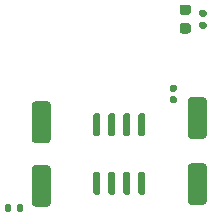
<source format=gbr>
%TF.GenerationSoftware,KiCad,Pcbnew,(5.1.10-1-10_14)*%
%TF.CreationDate,2021-09-09T23:45:50-04:00*%
%TF.ProjectId,breadboard-clock,62726561-6462-46f6-9172-642d636c6f63,rev?*%
%TF.SameCoordinates,Original*%
%TF.FileFunction,Paste,Top*%
%TF.FilePolarity,Positive*%
%FSLAX46Y46*%
G04 Gerber Fmt 4.6, Leading zero omitted, Abs format (unit mm)*
G04 Created by KiCad (PCBNEW (5.1.10-1-10_14)) date 2021-09-09 23:45:50*
%MOMM*%
%LPD*%
G01*
G04 APERTURE LIST*
G04 APERTURE END LIST*
%TO.C,U1*%
G36*
G01*
X209065000Y-86638000D02*
X208765000Y-86638000D01*
G75*
G02*
X208615000Y-86488000I0J150000D01*
G01*
X208615000Y-84838000D01*
G75*
G02*
X208765000Y-84688000I150000J0D01*
G01*
X209065000Y-84688000D01*
G75*
G02*
X209215000Y-84838000I0J-150000D01*
G01*
X209215000Y-86488000D01*
G75*
G02*
X209065000Y-86638000I-150000J0D01*
G01*
G37*
G36*
G01*
X210335000Y-86638000D02*
X210035000Y-86638000D01*
G75*
G02*
X209885000Y-86488000I0J150000D01*
G01*
X209885000Y-84838000D01*
G75*
G02*
X210035000Y-84688000I150000J0D01*
G01*
X210335000Y-84688000D01*
G75*
G02*
X210485000Y-84838000I0J-150000D01*
G01*
X210485000Y-86488000D01*
G75*
G02*
X210335000Y-86638000I-150000J0D01*
G01*
G37*
G36*
G01*
X211605000Y-86638000D02*
X211305000Y-86638000D01*
G75*
G02*
X211155000Y-86488000I0J150000D01*
G01*
X211155000Y-84838000D01*
G75*
G02*
X211305000Y-84688000I150000J0D01*
G01*
X211605000Y-84688000D01*
G75*
G02*
X211755000Y-84838000I0J-150000D01*
G01*
X211755000Y-86488000D01*
G75*
G02*
X211605000Y-86638000I-150000J0D01*
G01*
G37*
G36*
G01*
X212875000Y-86638000D02*
X212575000Y-86638000D01*
G75*
G02*
X212425000Y-86488000I0J150000D01*
G01*
X212425000Y-84838000D01*
G75*
G02*
X212575000Y-84688000I150000J0D01*
G01*
X212875000Y-84688000D01*
G75*
G02*
X213025000Y-84838000I0J-150000D01*
G01*
X213025000Y-86488000D01*
G75*
G02*
X212875000Y-86638000I-150000J0D01*
G01*
G37*
G36*
G01*
X212875000Y-91588000D02*
X212575000Y-91588000D01*
G75*
G02*
X212425000Y-91438000I0J150000D01*
G01*
X212425000Y-89788000D01*
G75*
G02*
X212575000Y-89638000I150000J0D01*
G01*
X212875000Y-89638000D01*
G75*
G02*
X213025000Y-89788000I0J-150000D01*
G01*
X213025000Y-91438000D01*
G75*
G02*
X212875000Y-91588000I-150000J0D01*
G01*
G37*
G36*
G01*
X211605000Y-91588000D02*
X211305000Y-91588000D01*
G75*
G02*
X211155000Y-91438000I0J150000D01*
G01*
X211155000Y-89788000D01*
G75*
G02*
X211305000Y-89638000I150000J0D01*
G01*
X211605000Y-89638000D01*
G75*
G02*
X211755000Y-89788000I0J-150000D01*
G01*
X211755000Y-91438000D01*
G75*
G02*
X211605000Y-91588000I-150000J0D01*
G01*
G37*
G36*
G01*
X210335000Y-91588000D02*
X210035000Y-91588000D01*
G75*
G02*
X209885000Y-91438000I0J150000D01*
G01*
X209885000Y-89788000D01*
G75*
G02*
X210035000Y-89638000I150000J0D01*
G01*
X210335000Y-89638000D01*
G75*
G02*
X210485000Y-89788000I0J-150000D01*
G01*
X210485000Y-91438000D01*
G75*
G02*
X210335000Y-91588000I-150000J0D01*
G01*
G37*
G36*
G01*
X209065000Y-91588000D02*
X208765000Y-91588000D01*
G75*
G02*
X208615000Y-91438000I0J150000D01*
G01*
X208615000Y-89788000D01*
G75*
G02*
X208765000Y-89638000I150000J0D01*
G01*
X209065000Y-89638000D01*
G75*
G02*
X209215000Y-89788000I0J-150000D01*
G01*
X209215000Y-91438000D01*
G75*
G02*
X209065000Y-91588000I-150000J0D01*
G01*
G37*
%TD*%
%TO.C,R12*%
G36*
G01*
X217715000Y-76980000D02*
X218085000Y-76980000D01*
G75*
G02*
X218220000Y-77115000I0J-135000D01*
G01*
X218220000Y-77385000D01*
G75*
G02*
X218085000Y-77520000I-135000J0D01*
G01*
X217715000Y-77520000D01*
G75*
G02*
X217580000Y-77385000I0J135000D01*
G01*
X217580000Y-77115000D01*
G75*
G02*
X217715000Y-76980000I135000J0D01*
G01*
G37*
G36*
G01*
X217715000Y-75960000D02*
X218085000Y-75960000D01*
G75*
G02*
X218220000Y-76095000I0J-135000D01*
G01*
X218220000Y-76365000D01*
G75*
G02*
X218085000Y-76500000I-135000J0D01*
G01*
X217715000Y-76500000D01*
G75*
G02*
X217580000Y-76365000I0J135000D01*
G01*
X217580000Y-76095000D01*
G75*
G02*
X217715000Y-75960000I135000J0D01*
G01*
G37*
%TD*%
%TO.C,R1*%
G36*
G01*
X202170000Y-92895000D02*
X202170000Y-92525000D01*
G75*
G02*
X202305000Y-92390000I135000J0D01*
G01*
X202575000Y-92390000D01*
G75*
G02*
X202710000Y-92525000I0J-135000D01*
G01*
X202710000Y-92895000D01*
G75*
G02*
X202575000Y-93030000I-135000J0D01*
G01*
X202305000Y-93030000D01*
G75*
G02*
X202170000Y-92895000I0J135000D01*
G01*
G37*
G36*
G01*
X201150000Y-92895000D02*
X201150000Y-92525000D01*
G75*
G02*
X201285000Y-92390000I135000J0D01*
G01*
X201555000Y-92390000D01*
G75*
G02*
X201690000Y-92525000I0J-135000D01*
G01*
X201690000Y-92895000D01*
G75*
G02*
X201555000Y-93030000I-135000J0D01*
G01*
X201285000Y-93030000D01*
G75*
G02*
X201150000Y-92895000I0J135000D01*
G01*
G37*
%TD*%
%TO.C,D12*%
G36*
G01*
X216151750Y-77058000D02*
X216664250Y-77058000D01*
G75*
G02*
X216883000Y-77276750I0J-218750D01*
G01*
X216883000Y-77714250D01*
G75*
G02*
X216664250Y-77933000I-218750J0D01*
G01*
X216151750Y-77933000D01*
G75*
G02*
X215933000Y-77714250I0J218750D01*
G01*
X215933000Y-77276750D01*
G75*
G02*
X216151750Y-77058000I218750J0D01*
G01*
G37*
G36*
G01*
X216151750Y-75483000D02*
X216664250Y-75483000D01*
G75*
G02*
X216883000Y-75701750I0J-218750D01*
G01*
X216883000Y-76139250D01*
G75*
G02*
X216664250Y-76358000I-218750J0D01*
G01*
X216151750Y-76358000D01*
G75*
G02*
X215933000Y-76139250I0J218750D01*
G01*
X215933000Y-75701750D01*
G75*
G02*
X216151750Y-75483000I218750J0D01*
G01*
G37*
%TD*%
%TO.C,C5*%
G36*
G01*
X203666000Y-89088000D02*
X204766000Y-89088000D01*
G75*
G02*
X205016000Y-89338000I0J-250000D01*
G01*
X205016000Y-92338000D01*
G75*
G02*
X204766000Y-92588000I-250000J0D01*
G01*
X203666000Y-92588000D01*
G75*
G02*
X203416000Y-92338000I0J250000D01*
G01*
X203416000Y-89338000D01*
G75*
G02*
X203666000Y-89088000I250000J0D01*
G01*
G37*
G36*
G01*
X203666000Y-83688000D02*
X204766000Y-83688000D01*
G75*
G02*
X205016000Y-83938000I0J-250000D01*
G01*
X205016000Y-86938000D01*
G75*
G02*
X204766000Y-87188000I-250000J0D01*
G01*
X203666000Y-87188000D01*
G75*
G02*
X203416000Y-86938000I0J250000D01*
G01*
X203416000Y-83938000D01*
G75*
G02*
X203666000Y-83688000I250000J0D01*
G01*
G37*
%TD*%
%TO.C,C2*%
G36*
G01*
X217974000Y-86834000D02*
X216874000Y-86834000D01*
G75*
G02*
X216624000Y-86584000I0J250000D01*
G01*
X216624000Y-83584000D01*
G75*
G02*
X216874000Y-83334000I250000J0D01*
G01*
X217974000Y-83334000D01*
G75*
G02*
X218224000Y-83584000I0J-250000D01*
G01*
X218224000Y-86584000D01*
G75*
G02*
X217974000Y-86834000I-250000J0D01*
G01*
G37*
G36*
G01*
X217974000Y-92434000D02*
X216874000Y-92434000D01*
G75*
G02*
X216624000Y-92184000I0J250000D01*
G01*
X216624000Y-89184000D01*
G75*
G02*
X216874000Y-88934000I250000J0D01*
G01*
X217974000Y-88934000D01*
G75*
G02*
X218224000Y-89184000I0J-250000D01*
G01*
X218224000Y-92184000D01*
G75*
G02*
X217974000Y-92434000I-250000J0D01*
G01*
G37*
%TD*%
%TO.C,C1*%
G36*
G01*
X215562000Y-82858000D02*
X215222000Y-82858000D01*
G75*
G02*
X215082000Y-82718000I0J140000D01*
G01*
X215082000Y-82438000D01*
G75*
G02*
X215222000Y-82298000I140000J0D01*
G01*
X215562000Y-82298000D01*
G75*
G02*
X215702000Y-82438000I0J-140000D01*
G01*
X215702000Y-82718000D01*
G75*
G02*
X215562000Y-82858000I-140000J0D01*
G01*
G37*
G36*
G01*
X215562000Y-83818000D02*
X215222000Y-83818000D01*
G75*
G02*
X215082000Y-83678000I0J140000D01*
G01*
X215082000Y-83398000D01*
G75*
G02*
X215222000Y-83258000I140000J0D01*
G01*
X215562000Y-83258000D01*
G75*
G02*
X215702000Y-83398000I0J-140000D01*
G01*
X215702000Y-83678000D01*
G75*
G02*
X215562000Y-83818000I-140000J0D01*
G01*
G37*
%TD*%
M02*

</source>
